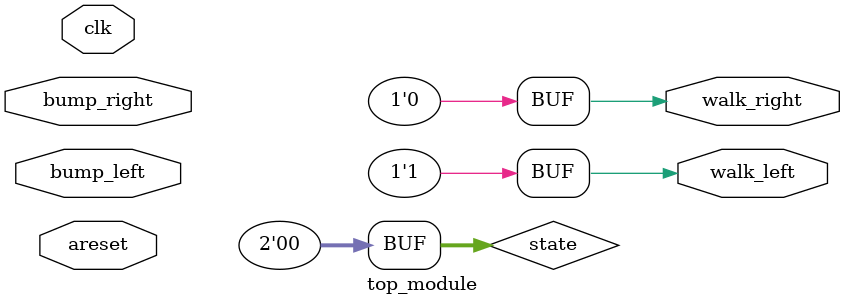
<source format=v>

module top_module (
	input clk,
	input areset,
	input bump_left,
	input bump_right,
	output walk_left,
	output walk_right
);

// Define the states
parameter WL = 2'b00; // Walk Left
parameter WR = 2'b01; // Walk Right

// State register
reg [1:0] state;

// Next state logic
always @(*) begin
    case (state)
        WL: begin
            if (bump_left)
                state = WR;
            else
                state = WL;
        end
        WR: begin
            if (bump_right)
                state = WL;
            else
                state = WR;
        end
        default: state = WL; // Default state
    endcase
end

// State transition on rising edge of clk
always @(posedge clk or posedge areset) begin
    if (areset)
        state <= WL; // Reset to initial state
    else
        state <= state; // Hold current state
end

// Output logic
always @(*) begin
    case (state)
        WL: begin
            walk_left = 1'b1;
            walk_right = 1'b0;
        end
        WR: begin
            walk_left = 1'b0;
            walk_right = 1'b1;
        end
        default: begin
            walk_left = 1'b0;
            walk_right = 1'b0;
        end
    endcase
end

endmodule

</source>
